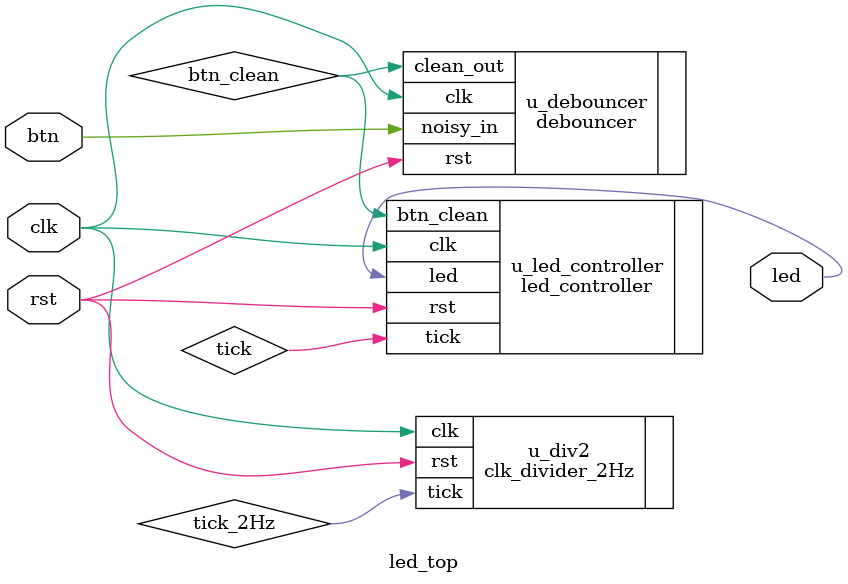
<source format=v>
module led_top (
    input wire clk,
    input wire rst,
    input wire btn,
    output wire led
);
    wire btn_clean;
    wire tick_2Hz;
    debouncer u_debouncer (
        .clk(clk),
        .rst(rst),
        .noisy_in(btn),
        .clean_out(btn_clean)
    );

clk_divider_2Hz u_div2 (
    .clk(clk),
    .rst(rst),
    .tick(tick_2Hz)
);
    led_controller u_led_controller (
        .clk(clk),
        .rst(rst),
        .btn_clean(btn_clean),
        .tick(tick),
        .led(led)
    );
endmodule

</source>
